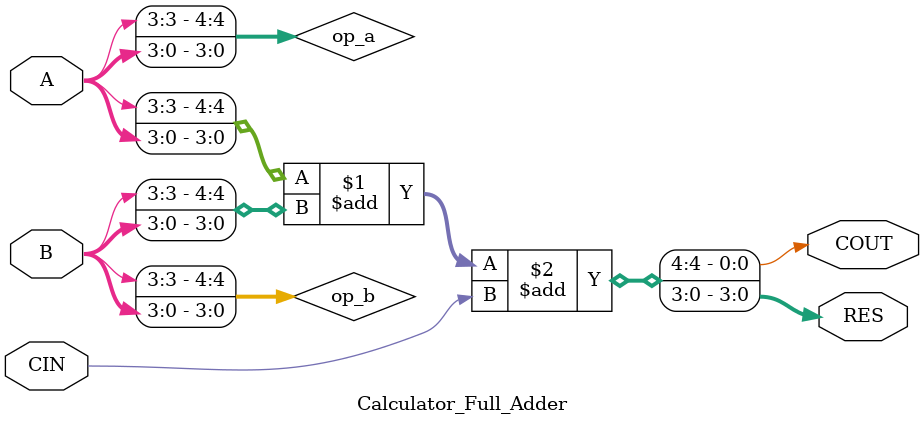
<source format=v>
module Calculator_Full_Adder
#(
	parameter WIDTH = 4
)
(
	input  [WIDTH-1:0] A,
	input  [WIDTH-1:0] B,
	input              CIN,
	output [WIDTH-1:0] RES,
	output             COUT
);
	wire signed [WIDTH:0] op_a; 
	wire signed [WIDTH:0] op_b;
	assign op_a = { A[WIDTH-1], A };
	assign op_b = { B[WIDTH-1], B };
	assign { COUT, RES } = op_a + op_b + CIN;
endmodule
</source>
